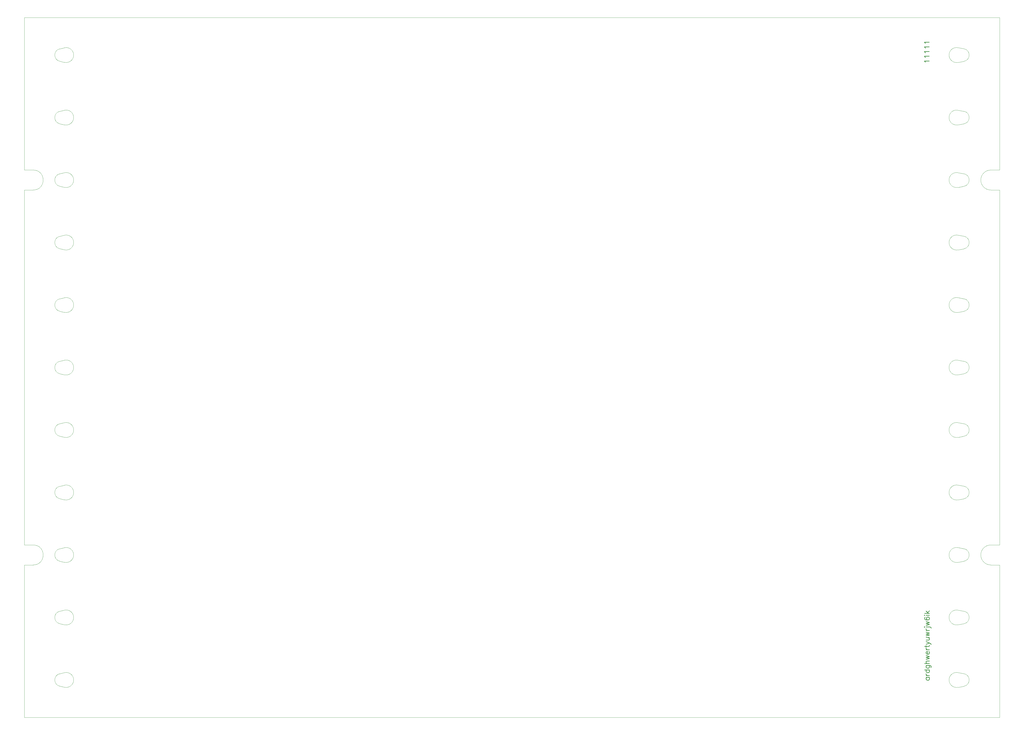
<source format=gbr>
G04 CAM350 V9.5 (Build 208) Date:  Fri Nov 03 09:35:00 2023 *
G04 Database: c:\users\garou\Ìîè äîêóìåíòû\ram280_390_öåõ 04_.pcb *
G04 Layer 1: TopPaste *
%FSLAX34Y34*%
%MOMM*%
%SFA1.000B1.000*%

%MIA0B0*%
%IPPOS*%
%ADD10C,0.25000*%
%ADD11C,0.01000*%
%LNTopPaste*%
%LPD*%
G54D11*
X1807590Y1224927D02*
G75*
G03X1807590Y1275094I-4590J25084D01*
X1783400Y1279520D02*
G03X1783400Y1220500I-5400J-29510D01*
X1807590Y974927D02*
G03X1807590Y1025094I-4590J25084D01*
X1783400Y1029520D02*
G03X1783400Y970500I-5400J-29510D01*
X1807590Y724927D02*
G03X1807590Y775094I-4590J25084D01*
X1783400Y779520D02*
G03X1783400Y720500I-5400J-29510D01*
Y-1220480D02*
G03X1783400Y-1279500I-5400J-29510D01*
X1807590Y-1275073D02*
G03X1807590Y-1224906I-4590J25084D01*
X1783400Y-970480D02*
G03X1783400Y-1029500I-5400J-29510D01*
X1807590Y-1025073D02*
G03X1807590Y-974906I-4590J25084D01*
Y-775073D02*
G03X1807590Y-724906I-4590J25084D01*
X1783400Y-720480D02*
G03X1783400Y-779500I-5400J-29510D01*
Y529520D02*
G03X1783400Y470500I-5400J-29510D01*
X1807590Y474927D02*
G03X1807590Y525094I-4590J25084D01*
Y224927D02*
G03X1807590Y275094I-4590J25084D01*
X1783400Y279520D02*
G03X1783400Y220500I-5400J-29510D01*
X1807590Y-25073D02*
G03X1807590Y25094I-4590J25084D01*
X1783400Y29520D02*
G03X1783400Y-29500I-5400J-29510D01*
X1807590Y-275073D02*
G03X1807590Y-224906I-4590J25084D01*
X1783400Y-220480D02*
G03X1783400Y-279500I-5400J-29510D01*
X1807590Y-525073D02*
G03X1807590Y-474906I-4590J25084D01*
X1783400Y-470480D02*
G03X1783400Y-529500I-5400J-29510D01*
X-1808737Y1274856D02*
G03X-1808737Y1225164I5738J-24846D01*
X-1789750Y1220779D02*
G03X-1789750Y1279241I6750J29231D01*
X-1808737Y1024856D02*
G03X-1808737Y975164I5738J-24846D01*
X-1789750Y970779D02*
G03X-1789750Y1029241I6750J29231D01*
X-1808737Y774856D02*
G03X-1808737Y725164I5738J-24846D01*
X-1789750Y720779D02*
G03X-1789750Y779241I6750J29231D01*
X-1808737Y-1225144D02*
G03X-1808737Y-1274836I5738J-24846D01*
X-1789750Y-1279221D02*
G03X-1789750Y-1220759I6750J29231D01*
Y-1029221D02*
G03X-1789750Y-970759I6750J29231D01*
X-1808737Y-975144D02*
G03X-1808737Y-1024836I5738J-24846D01*
X-1789750Y-779221D02*
G03X-1789750Y-720759I6750J29231D01*
X-1808737Y-725144D02*
G03X-1808737Y-774836I5738J-24846D01*
X-1789750Y470779D02*
G03X-1789750Y529241I6750J29231D01*
X-1808737Y524856D02*
G03X-1808737Y475164I5738J-24846D01*
X-1789750Y220779D02*
G03X-1789750Y279241I6750J29231D01*
X-1808737Y274856D02*
G03X-1808737Y225164I5738J-24846D01*
X-1789750Y-29221D02*
G03X-1789750Y29241I6750J29231D01*
X-1808737Y24856D02*
G03X-1808737Y-24836I5738J-24846D01*
X-1789750Y-279221D02*
G03X-1789750Y-220759I6750J29231D01*
X-1808737Y-225144D02*
G03X-1808737Y-274836I5738J-24846D01*
X-1789750Y-529221D02*
G03X-1789750Y-470759I6750J29231D01*
X-1808737Y-475144D02*
G03X-1808737Y-524836I5738J-24846D01*
X1783400Y1279520D02*
G01X1807590Y1275094D01*
X-1789750Y1279241D02*
G01X-1808737Y1274856D01*
X1783400Y1029520D02*
G01X1807590Y1025094D01*
X-1789750Y1029241D02*
G01X-1808737Y1024856D01*
X-1789750Y779241D02*
G01X-1808737Y774856D01*
X1783400Y779520D02*
G01X1807590Y775094D01*
X-1789750Y529241D02*
G01X-1808737Y524856D01*
X1783400Y529520D02*
G01X1807590Y525094D01*
Y1224927D02*
G01X1783400Y1220500D01*
X-1789750Y279241D02*
G01X-1808737Y274856D01*
Y1225164D02*
G01X-1789750Y1220779D01*
X1783400Y279520D02*
G01X1807590Y275094D01*
X-1789750Y29241D02*
G01X-1808737Y24856D01*
Y975164D02*
G01X-1789750Y970779D01*
X1783400Y29520D02*
G01X1807590Y25094D01*
Y974927D02*
G01X1783400Y970500D01*
X-1789750Y-220759D02*
G01X-1808737Y-225144D01*
Y725164D02*
G01X-1789750Y720779D01*
X1783400Y-220480D02*
G01X1807590Y-224906D01*
Y724927D02*
G01X1783400Y720500D01*
X-1789750Y-470759D02*
G01X-1808737Y-475144D01*
Y475164D02*
G01X-1789750Y470779D01*
X1783400Y-470480D02*
G01X1807590Y-474906D01*
Y474927D02*
G01X1783400Y470500D01*
X-1789750Y-720759D02*
G01X-1808737Y-725144D01*
Y225164D02*
G01X-1789750Y220779D01*
X1783400Y-720480D02*
G01X1807590Y-724906D01*
Y224927D02*
G01X1783400Y220500D01*
X-1789750Y-970759D02*
G01X-1808737Y-975144D01*
Y-24836D02*
G01X-1789750Y-29221D01*
X1783400Y-970480D02*
G01X1807590Y-974906D01*
Y-25073D02*
G01X1783400Y-29500D01*
X-1808737Y-274836D02*
G01X-1789750Y-279221D01*
X1783400Y-1220480D02*
G01X1807590Y-1224906D01*
Y-275073D02*
G01X1783400Y-279500D01*
X-1789750Y-1220759D02*
G01X-1808737Y-1225144D01*
Y-524836D02*
G01X-1789750Y-529221D01*
X1807590Y-525073D02*
G01X1783400Y-529500D01*
X-1808737Y-774836D02*
G01X-1789750Y-779221D01*
X1807590Y-775073D02*
G01X1783400Y-779500D01*
X-1950000Y-1399860D02*
G01X1950000D01*
Y-1399860D02*
G01X1715000D01*
X1807590Y-1025073D02*
G01X1783400Y-1029500D01*
X-1808737Y-1024836D02*
G01X-1789750Y-1029221D01*
X1807590Y-1275073D02*
G01X1783400Y-1279500D01*
X-1808737Y-1274836D02*
G01X-1789750Y-1279221D01*
G54D10*
G01X1656055Y-1239477D02*
X1669180D01*
X1658868D02*
X1656993Y-1241352D01*
X1656055Y-1243227D01*
Y-1246040D01*
X1656993Y-1247915D01*
X1658868Y-1249790D01*
X1661680Y-1250727D01*
X1663555D01*
X1666368Y-1249790D01*
X1668243Y-1247915D01*
X1669180Y-1246040D01*
Y-1243227D01*
X1668243Y-1241352D01*
X1666368Y-1239477D01*
X1656055Y-1231977D02*
X1669180D01*
X1661680D02*
X1658868Y-1231040D01*
X1656993Y-1229165D01*
X1656055Y-1227290D01*
Y-1224477D01*
X1649493Y-1209477D02*
X1669180D01*
X1658868D02*
X1656993Y-1211352D01*
X1656055Y-1213227D01*
Y-1216040D01*
X1656993Y-1217915D01*
X1658868Y-1219790D01*
X1661680Y-1220727D01*
X1663555D01*
X1666368Y-1219790D01*
X1668243Y-1217915D01*
X1669180Y-1216040D01*
Y-1213227D01*
X1668243Y-1211352D01*
X1666368Y-1209477D01*
X1656055Y-1191665D02*
X1671055D01*
X1673868Y-1192602D01*
X1674805Y-1193540D01*
X1675743Y-1195415D01*
Y-1198227D01*
X1674805Y-1200102D01*
X1658868Y-1191665D02*
X1656993Y-1193540D01*
X1656055Y-1195415D01*
Y-1198227D01*
X1656993Y-1200102D01*
X1658868Y-1201977D01*
X1661680Y-1202915D01*
X1663555D01*
X1666368Y-1201977D01*
X1668243Y-1200102D01*
X1669180Y-1198227D01*
Y-1195415D01*
X1668243Y-1193540D01*
X1666368Y-1191665D01*
X1649493Y-1184165D02*
X1669180D01*
X1659805D02*
X1656993Y-1181352D01*
X1656055Y-1179477D01*
Y-1176665D01*
X1656993Y-1174790D01*
X1659805Y-1173852D01*
X1669180D01*
X1656055Y-1167290D02*
X1669180Y-1163540D01*
X1656055Y-1159790D02*
X1669180Y-1163540D01*
X1656055Y-1159790D02*
X1669180Y-1156040D01*
X1656055Y-1152290D02*
X1669180Y-1156040D01*
X1661680Y-1146665D02*
Y-1135415D01*
X1659805D01*
X1657930Y-1136352D01*
X1656993Y-1137290D01*
X1656055Y-1139165D01*
Y-1141977D01*
X1656993Y-1143852D01*
X1658868Y-1145727D01*
X1661680Y-1146665D01*
X1663555D01*
X1666368Y-1145727D01*
X1668243Y-1143852D01*
X1669180Y-1141977D01*
Y-1139165D01*
X1668243Y-1137290D01*
X1666368Y-1135415D01*
X1656055Y-1128852D02*
X1669180D01*
X1661680D02*
X1658868Y-1127915D01*
X1656993Y-1126040D01*
X1656055Y-1124165D01*
Y-1121352D01*
X1649493Y-1115727D02*
X1665430D01*
X1668243Y-1114790D01*
X1669180Y-1112915D01*
Y-1111040D01*
X1656055Y-1118540D02*
Y-1111977D01*
Y-1107290D02*
X1669180Y-1101665D01*
X1656055Y-1096040D02*
X1669180Y-1101665D01*
X1672930Y-1103540D01*
X1674805Y-1105415D01*
X1675743Y-1107290D01*
Y-1108228D01*
X1656055Y-1090415D02*
X1665430D01*
X1668243Y-1089477D01*
X1669180Y-1087602D01*
Y-1084790D01*
X1668243Y-1082915D01*
X1665430Y-1080102D01*
X1656055D02*
X1669180D01*
X1656055Y-1073540D02*
X1669180Y-1069790D01*
X1656055Y-1066040D02*
X1669180Y-1069790D01*
X1656055Y-1066040D02*
X1669180Y-1062290D01*
X1656055Y-1058540D02*
X1669180Y-1062290D01*
X1656055Y-1051977D02*
X1669180D01*
X1661680D02*
X1658868Y-1051040D01*
X1656993Y-1049165D01*
X1656055Y-1047290D01*
Y-1044477D01*
X1649493Y-1038852D02*
X1650430Y-1037915D01*
X1649493Y-1036977D01*
X1648555Y-1037915D01*
X1649493Y-1038852D01*
X1656055Y-1037915D02*
X1671993D01*
X1674805Y-1038853D01*
X1675743Y-1040728D01*
Y-1042603D01*
X1656055Y-1031352D02*
X1669180Y-1027602D01*
X1656055Y-1023852D02*
X1669180Y-1027602D01*
X1656055Y-1023852D02*
X1669180Y-1020102D01*
X1656055Y-1016352D02*
X1669180Y-1020102D01*
X1652305Y-998540D02*
X1650430Y-999477D01*
X1649493Y-1002290D01*
Y-1004165D01*
X1650430Y-1006977D01*
X1653243Y-1008852D01*
X1657930Y-1009790D01*
X1662618D01*
X1666368Y-1008852D01*
X1668243Y-1006977D01*
X1669180Y-1004165D01*
Y-1003227D01*
X1668243Y-1000415D01*
X1666368Y-998540D01*
X1663555Y-997602D01*
X1662618D01*
X1659805Y-998540D01*
X1657930Y-1000415D01*
X1656993Y-1003227D01*
Y-1004165D01*
X1657930Y-1006977D01*
X1659805Y-1008852D01*
X1662618Y-1009790D01*
X1649493Y-991977D02*
X1650430Y-991040D01*
X1649493Y-990102D01*
X1648555Y-991040D01*
X1649493Y-991977D01*
X1656055Y-991040D02*
X1669180D01*
X1649493Y-983540D02*
X1669180D01*
X1656055Y-974165D02*
X1665430Y-983540D01*
X1661680Y-979790D02*
X1669180Y-973227D01*
G01X1652813Y1222105D02*
X1651875Y1223980D01*
X1649063Y1226793D01*
X1668750D01*
X1652813Y1240855D02*
X1651875Y1242730D01*
X1649063Y1245543D01*
X1668750D01*
X1652813Y1259605D02*
X1651875Y1261480D01*
X1649063Y1264293D01*
X1668750D01*
X1652813Y1278355D02*
X1651875Y1280230D01*
X1649063Y1283043D01*
X1668750D01*
X1652813Y1297105D02*
X1651875Y1298980D01*
X1649063Y1301793D01*
X1668750D01*
G54D11*
X-1950000Y1400140D02*
G01X1950000D01*
Y1400140D02*
G01X1715000D01*
X1915020Y789990D02*
G01X1950000D01*
X1914900Y710020D02*
G01X1950000D01*
X1915020Y789990D02*
G03X1914900Y710020I-60J-39985D01*
X1915020Y-710010D02*
G01X1950000D01*
X1914900Y-789980D02*
G01X1950000D01*
X1915020Y-710010D02*
G03X1914900Y-789980I-60J-39985D01*
X-1915020Y789990D02*
G01X-1950000D01*
X-1914900Y710020D02*
G01X-1950000D01*
X-1914900D02*
G03X-1915020Y789990I-60J39985D01*
Y-710010D02*
G01X-1950000D01*
X-1914900Y-789980D02*
G01X-1950000D01*
X-1914900D02*
G03X-1915020Y-710010I-60J39985D01*
X-1950000Y-1400161D02*
G01Y-789980D01*
Y789990D02*
G01Y1400149D01*
Y-710010D02*
G01Y710020D01*
X1950000Y1400159D02*
G01Y789990D01*
Y-789980D02*
G01Y-1399911D01*
Y710020D02*
G01Y-710010D01*
M02*

</source>
